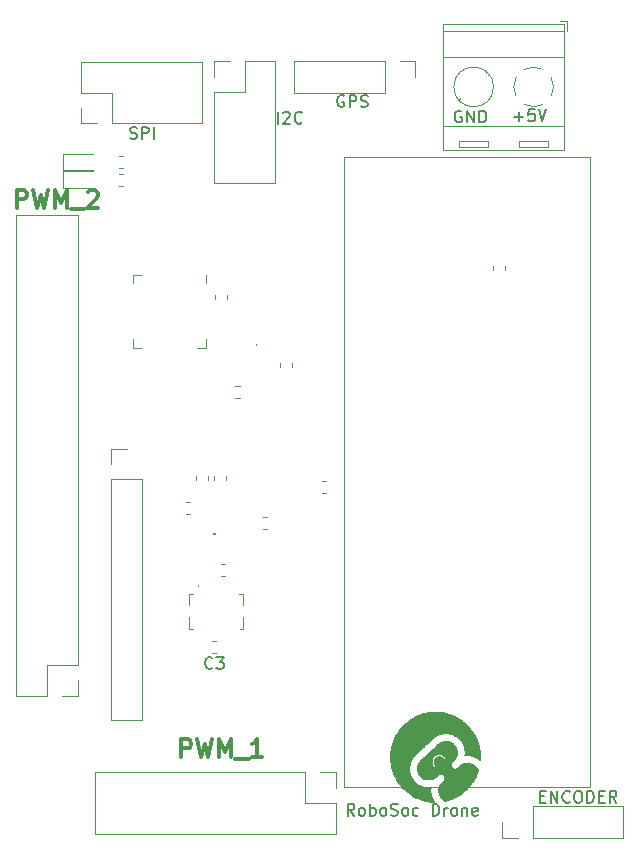
<source format=gbr>
G04 #@! TF.GenerationSoftware,KiCad,Pcbnew,5.1.5+dfsg1-2build2*
G04 #@! TF.CreationDate,2021-10-17T19:15:36+01:00*
G04 #@! TF.ProjectId,flight-controller,666c6967-6874-42d6-936f-6e74726f6c6c,rev?*
G04 #@! TF.SameCoordinates,Original*
G04 #@! TF.FileFunction,Legend,Top*
G04 #@! TF.FilePolarity,Positive*
%FSLAX46Y46*%
G04 Gerber Fmt 4.6, Leading zero omitted, Abs format (unit mm)*
G04 Created by KiCad (PCBNEW 5.1.5+dfsg1-2build2) date 2021-10-17 19:15:36*
%MOMM*%
%LPD*%
G04 APERTURE LIST*
%ADD10C,0.150000*%
%ADD11C,0.300000*%
%ADD12C,0.010000*%
%ADD13C,0.120000*%
%ADD14C,0.100000*%
%ADD15C,0.254000*%
G04 APERTURE END LIST*
D10*
X135785714Y-105328571D02*
X136119047Y-105328571D01*
X136261904Y-105852380D02*
X135785714Y-105852380D01*
X135785714Y-104852380D01*
X136261904Y-104852380D01*
X136690476Y-105852380D02*
X136690476Y-104852380D01*
X137261904Y-105852380D01*
X137261904Y-104852380D01*
X138309523Y-105757142D02*
X138261904Y-105804761D01*
X138119047Y-105852380D01*
X138023809Y-105852380D01*
X137880952Y-105804761D01*
X137785714Y-105709523D01*
X137738095Y-105614285D01*
X137690476Y-105423809D01*
X137690476Y-105280952D01*
X137738095Y-105090476D01*
X137785714Y-104995238D01*
X137880952Y-104900000D01*
X138023809Y-104852380D01*
X138119047Y-104852380D01*
X138261904Y-104900000D01*
X138309523Y-104947619D01*
X138928571Y-104852380D02*
X139119047Y-104852380D01*
X139214285Y-104900000D01*
X139309523Y-104995238D01*
X139357142Y-105185714D01*
X139357142Y-105519047D01*
X139309523Y-105709523D01*
X139214285Y-105804761D01*
X139119047Y-105852380D01*
X138928571Y-105852380D01*
X138833333Y-105804761D01*
X138738095Y-105709523D01*
X138690476Y-105519047D01*
X138690476Y-105185714D01*
X138738095Y-104995238D01*
X138833333Y-104900000D01*
X138928571Y-104852380D01*
X139785714Y-105852380D02*
X139785714Y-104852380D01*
X140023809Y-104852380D01*
X140166666Y-104900000D01*
X140261904Y-104995238D01*
X140309523Y-105090476D01*
X140357142Y-105280952D01*
X140357142Y-105423809D01*
X140309523Y-105614285D01*
X140261904Y-105709523D01*
X140166666Y-105804761D01*
X140023809Y-105852380D01*
X139785714Y-105852380D01*
X140785714Y-105328571D02*
X141119047Y-105328571D01*
X141261904Y-105852380D02*
X140785714Y-105852380D01*
X140785714Y-104852380D01*
X141261904Y-104852380D01*
X142261904Y-105852380D02*
X141928571Y-105376190D01*
X141690476Y-105852380D02*
X141690476Y-104852380D01*
X142071428Y-104852380D01*
X142166666Y-104900000D01*
X142214285Y-104947619D01*
X142261904Y-105042857D01*
X142261904Y-105185714D01*
X142214285Y-105280952D01*
X142166666Y-105328571D01*
X142071428Y-105376190D01*
X141690476Y-105376190D01*
X129138095Y-47300000D02*
X129042857Y-47252380D01*
X128900000Y-47252380D01*
X128757142Y-47300000D01*
X128661904Y-47395238D01*
X128614285Y-47490476D01*
X128566666Y-47680952D01*
X128566666Y-47823809D01*
X128614285Y-48014285D01*
X128661904Y-48109523D01*
X128757142Y-48204761D01*
X128900000Y-48252380D01*
X128995238Y-48252380D01*
X129138095Y-48204761D01*
X129185714Y-48157142D01*
X129185714Y-47823809D01*
X128995238Y-47823809D01*
X129614285Y-48252380D02*
X129614285Y-47252380D01*
X130185714Y-48252380D01*
X130185714Y-47252380D01*
X130661904Y-48252380D02*
X130661904Y-47252380D01*
X130900000Y-47252380D01*
X131042857Y-47300000D01*
X131138095Y-47395238D01*
X131185714Y-47490476D01*
X131233333Y-47680952D01*
X131233333Y-47823809D01*
X131185714Y-48014285D01*
X131138095Y-48109523D01*
X131042857Y-48204761D01*
X130900000Y-48252380D01*
X130661904Y-48252380D01*
X133614285Y-47771428D02*
X134376190Y-47771428D01*
X133995238Y-48152380D02*
X133995238Y-47390476D01*
X135328571Y-47152380D02*
X134852380Y-47152380D01*
X134804761Y-47628571D01*
X134852380Y-47580952D01*
X134947619Y-47533333D01*
X135185714Y-47533333D01*
X135280952Y-47580952D01*
X135328571Y-47628571D01*
X135376190Y-47723809D01*
X135376190Y-47961904D01*
X135328571Y-48057142D01*
X135280952Y-48104761D01*
X135185714Y-48152380D01*
X134947619Y-48152380D01*
X134852380Y-48104761D01*
X134804761Y-48057142D01*
X135661904Y-47152380D02*
X135995238Y-48152380D01*
X136328571Y-47152380D01*
X119185714Y-46000000D02*
X119090476Y-45952380D01*
X118947619Y-45952380D01*
X118804761Y-46000000D01*
X118709523Y-46095238D01*
X118661904Y-46190476D01*
X118614285Y-46380952D01*
X118614285Y-46523809D01*
X118661904Y-46714285D01*
X118709523Y-46809523D01*
X118804761Y-46904761D01*
X118947619Y-46952380D01*
X119042857Y-46952380D01*
X119185714Y-46904761D01*
X119233333Y-46857142D01*
X119233333Y-46523809D01*
X119042857Y-46523809D01*
X119661904Y-46952380D02*
X119661904Y-45952380D01*
X120042857Y-45952380D01*
X120138095Y-46000000D01*
X120185714Y-46047619D01*
X120233333Y-46142857D01*
X120233333Y-46285714D01*
X120185714Y-46380952D01*
X120138095Y-46428571D01*
X120042857Y-46476190D01*
X119661904Y-46476190D01*
X120614285Y-46904761D02*
X120757142Y-46952380D01*
X120995238Y-46952380D01*
X121090476Y-46904761D01*
X121138095Y-46857142D01*
X121185714Y-46761904D01*
X121185714Y-46666666D01*
X121138095Y-46571428D01*
X121090476Y-46523809D01*
X120995238Y-46476190D01*
X120804761Y-46428571D01*
X120709523Y-46380952D01*
X120661904Y-46333333D01*
X120614285Y-46238095D01*
X120614285Y-46142857D01*
X120661904Y-46047619D01*
X120709523Y-46000000D01*
X120804761Y-45952380D01*
X121042857Y-45952380D01*
X121185714Y-46000000D01*
X113623809Y-48352380D02*
X113623809Y-47352380D01*
X114052380Y-47447619D02*
X114100000Y-47400000D01*
X114195238Y-47352380D01*
X114433333Y-47352380D01*
X114528571Y-47400000D01*
X114576190Y-47447619D01*
X114623809Y-47542857D01*
X114623809Y-47638095D01*
X114576190Y-47780952D01*
X114004761Y-48352380D01*
X114623809Y-48352380D01*
X115623809Y-48257142D02*
X115576190Y-48304761D01*
X115433333Y-48352380D01*
X115338095Y-48352380D01*
X115195238Y-48304761D01*
X115100000Y-48209523D01*
X115052380Y-48114285D01*
X115004761Y-47923809D01*
X115004761Y-47780952D01*
X115052380Y-47590476D01*
X115100000Y-47495238D01*
X115195238Y-47400000D01*
X115338095Y-47352380D01*
X115433333Y-47352380D01*
X115576190Y-47400000D01*
X115623809Y-47447619D01*
X101076190Y-49604761D02*
X101219047Y-49652380D01*
X101457142Y-49652380D01*
X101552380Y-49604761D01*
X101600000Y-49557142D01*
X101647619Y-49461904D01*
X101647619Y-49366666D01*
X101600000Y-49271428D01*
X101552380Y-49223809D01*
X101457142Y-49176190D01*
X101266666Y-49128571D01*
X101171428Y-49080952D01*
X101123809Y-49033333D01*
X101076190Y-48938095D01*
X101076190Y-48842857D01*
X101123809Y-48747619D01*
X101171428Y-48700000D01*
X101266666Y-48652380D01*
X101504761Y-48652380D01*
X101647619Y-48700000D01*
X102076190Y-49652380D02*
X102076190Y-48652380D01*
X102457142Y-48652380D01*
X102552380Y-48700000D01*
X102600000Y-48747619D01*
X102647619Y-48842857D01*
X102647619Y-48985714D01*
X102600000Y-49080952D01*
X102552380Y-49128571D01*
X102457142Y-49176190D01*
X102076190Y-49176190D01*
X103076190Y-49652380D02*
X103076190Y-48652380D01*
D11*
X91507142Y-55478571D02*
X91507142Y-53978571D01*
X92078571Y-53978571D01*
X92221428Y-54050000D01*
X92292857Y-54121428D01*
X92364285Y-54264285D01*
X92364285Y-54478571D01*
X92292857Y-54621428D01*
X92221428Y-54692857D01*
X92078571Y-54764285D01*
X91507142Y-54764285D01*
X92864285Y-53978571D02*
X93221428Y-55478571D01*
X93507142Y-54407142D01*
X93792857Y-55478571D01*
X94150000Y-53978571D01*
X94721428Y-55478571D02*
X94721428Y-53978571D01*
X95221428Y-55050000D01*
X95721428Y-53978571D01*
X95721428Y-55478571D01*
X96078571Y-55621428D02*
X97221428Y-55621428D01*
X97507142Y-54121428D02*
X97578571Y-54050000D01*
X97721428Y-53978571D01*
X98078571Y-53978571D01*
X98221428Y-54050000D01*
X98292857Y-54121428D01*
X98364285Y-54264285D01*
X98364285Y-54407142D01*
X98292857Y-54621428D01*
X97435714Y-55478571D01*
X98364285Y-55478571D01*
X105407142Y-101978571D02*
X105407142Y-100478571D01*
X105978571Y-100478571D01*
X106121428Y-100550000D01*
X106192857Y-100621428D01*
X106264285Y-100764285D01*
X106264285Y-100978571D01*
X106192857Y-101121428D01*
X106121428Y-101192857D01*
X105978571Y-101264285D01*
X105407142Y-101264285D01*
X106764285Y-100478571D02*
X107121428Y-101978571D01*
X107407142Y-100907142D01*
X107692857Y-101978571D01*
X108050000Y-100478571D01*
X108621428Y-101978571D02*
X108621428Y-100478571D01*
X109121428Y-101550000D01*
X109621428Y-100478571D01*
X109621428Y-101978571D01*
X109978571Y-102121428D02*
X111121428Y-102121428D01*
X112264285Y-101978571D02*
X111407142Y-101978571D01*
X111835714Y-101978571D02*
X111835714Y-100478571D01*
X111692857Y-100692857D01*
X111550000Y-100835714D01*
X111407142Y-100907142D01*
D10*
X120071428Y-106952380D02*
X119738095Y-106476190D01*
X119500000Y-106952380D02*
X119500000Y-105952380D01*
X119880952Y-105952380D01*
X119976190Y-106000000D01*
X120023809Y-106047619D01*
X120071428Y-106142857D01*
X120071428Y-106285714D01*
X120023809Y-106380952D01*
X119976190Y-106428571D01*
X119880952Y-106476190D01*
X119500000Y-106476190D01*
X120642857Y-106952380D02*
X120547619Y-106904761D01*
X120500000Y-106857142D01*
X120452380Y-106761904D01*
X120452380Y-106476190D01*
X120500000Y-106380952D01*
X120547619Y-106333333D01*
X120642857Y-106285714D01*
X120785714Y-106285714D01*
X120880952Y-106333333D01*
X120928571Y-106380952D01*
X120976190Y-106476190D01*
X120976190Y-106761904D01*
X120928571Y-106857142D01*
X120880952Y-106904761D01*
X120785714Y-106952380D01*
X120642857Y-106952380D01*
X121404761Y-106952380D02*
X121404761Y-105952380D01*
X121404761Y-106333333D02*
X121500000Y-106285714D01*
X121690476Y-106285714D01*
X121785714Y-106333333D01*
X121833333Y-106380952D01*
X121880952Y-106476190D01*
X121880952Y-106761904D01*
X121833333Y-106857142D01*
X121785714Y-106904761D01*
X121690476Y-106952380D01*
X121500000Y-106952380D01*
X121404761Y-106904761D01*
X122452380Y-106952380D02*
X122357142Y-106904761D01*
X122309523Y-106857142D01*
X122261904Y-106761904D01*
X122261904Y-106476190D01*
X122309523Y-106380952D01*
X122357142Y-106333333D01*
X122452380Y-106285714D01*
X122595238Y-106285714D01*
X122690476Y-106333333D01*
X122738095Y-106380952D01*
X122785714Y-106476190D01*
X122785714Y-106761904D01*
X122738095Y-106857142D01*
X122690476Y-106904761D01*
X122595238Y-106952380D01*
X122452380Y-106952380D01*
X123166666Y-106904761D02*
X123309523Y-106952380D01*
X123547619Y-106952380D01*
X123642857Y-106904761D01*
X123690476Y-106857142D01*
X123738095Y-106761904D01*
X123738095Y-106666666D01*
X123690476Y-106571428D01*
X123642857Y-106523809D01*
X123547619Y-106476190D01*
X123357142Y-106428571D01*
X123261904Y-106380952D01*
X123214285Y-106333333D01*
X123166666Y-106238095D01*
X123166666Y-106142857D01*
X123214285Y-106047619D01*
X123261904Y-106000000D01*
X123357142Y-105952380D01*
X123595238Y-105952380D01*
X123738095Y-106000000D01*
X124309523Y-106952380D02*
X124214285Y-106904761D01*
X124166666Y-106857142D01*
X124119047Y-106761904D01*
X124119047Y-106476190D01*
X124166666Y-106380952D01*
X124214285Y-106333333D01*
X124309523Y-106285714D01*
X124452380Y-106285714D01*
X124547619Y-106333333D01*
X124595238Y-106380952D01*
X124642857Y-106476190D01*
X124642857Y-106761904D01*
X124595238Y-106857142D01*
X124547619Y-106904761D01*
X124452380Y-106952380D01*
X124309523Y-106952380D01*
X125500000Y-106904761D02*
X125404761Y-106952380D01*
X125214285Y-106952380D01*
X125119047Y-106904761D01*
X125071428Y-106857142D01*
X125023809Y-106761904D01*
X125023809Y-106476190D01*
X125071428Y-106380952D01*
X125119047Y-106333333D01*
X125214285Y-106285714D01*
X125404761Y-106285714D01*
X125500000Y-106333333D01*
X126690476Y-106952380D02*
X126690476Y-105952380D01*
X126928571Y-105952380D01*
X127071428Y-106000000D01*
X127166666Y-106095238D01*
X127214285Y-106190476D01*
X127261904Y-106380952D01*
X127261904Y-106523809D01*
X127214285Y-106714285D01*
X127166666Y-106809523D01*
X127071428Y-106904761D01*
X126928571Y-106952380D01*
X126690476Y-106952380D01*
X127690476Y-106952380D02*
X127690476Y-106285714D01*
X127690476Y-106476190D02*
X127738095Y-106380952D01*
X127785714Y-106333333D01*
X127880952Y-106285714D01*
X127976190Y-106285714D01*
X128452380Y-106952380D02*
X128357142Y-106904761D01*
X128309523Y-106857142D01*
X128261904Y-106761904D01*
X128261904Y-106476190D01*
X128309523Y-106380952D01*
X128357142Y-106333333D01*
X128452380Y-106285714D01*
X128595238Y-106285714D01*
X128690476Y-106333333D01*
X128738095Y-106380952D01*
X128785714Y-106476190D01*
X128785714Y-106761904D01*
X128738095Y-106857142D01*
X128690476Y-106904761D01*
X128595238Y-106952380D01*
X128452380Y-106952380D01*
X129214285Y-106285714D02*
X129214285Y-106952380D01*
X129214285Y-106380952D02*
X129261904Y-106333333D01*
X129357142Y-106285714D01*
X129500000Y-106285714D01*
X129595238Y-106333333D01*
X129642857Y-106428571D01*
X129642857Y-106952380D01*
X130500000Y-106904761D02*
X130404761Y-106952380D01*
X130214285Y-106952380D01*
X130119047Y-106904761D01*
X130071428Y-106809523D01*
X130071428Y-106428571D01*
X130119047Y-106333333D01*
X130214285Y-106285714D01*
X130404761Y-106285714D01*
X130500000Y-106333333D01*
X130547619Y-106428571D01*
X130547619Y-106523809D01*
X130071428Y-106619047D01*
D12*
G36*
X127880812Y-100648505D02*
G01*
X127980343Y-100660286D01*
X127999050Y-100663856D01*
X128043610Y-100674062D01*
X128084938Y-100686329D01*
X128128793Y-100702931D01*
X128180930Y-100726143D01*
X128247106Y-100758240D01*
X128281789Y-100775579D01*
X128328304Y-100803513D01*
X128381701Y-100842508D01*
X128435494Y-100887065D01*
X128483199Y-100931683D01*
X128518330Y-100970862D01*
X128527568Y-100984034D01*
X128550958Y-101018077D01*
X128573676Y-101045485D01*
X128576850Y-101048633D01*
X128594121Y-101070762D01*
X128616903Y-101107489D01*
X128637708Y-101145950D01*
X128697916Y-101284682D01*
X128735256Y-101418645D01*
X128750583Y-101552139D01*
X128745170Y-101685789D01*
X128737976Y-101741550D01*
X128729932Y-101789695D01*
X128722288Y-101823269D01*
X128718757Y-101832908D01*
X128708287Y-101856210D01*
X128692345Y-101895534D01*
X128674104Y-101943019D01*
X128671239Y-101950701D01*
X128642122Y-102014133D01*
X128600621Y-102085282D01*
X128551922Y-102156643D01*
X128501215Y-102220710D01*
X128453686Y-102269976D01*
X128445962Y-102276617D01*
X128385683Y-102329255D01*
X128329404Y-102383463D01*
X128281547Y-102434604D01*
X128246535Y-102478042D01*
X128232591Y-102500280D01*
X128213203Y-102561113D01*
X128208284Y-102632029D01*
X128217807Y-102702252D01*
X128233169Y-102745467D01*
X128264798Y-102794610D01*
X128311403Y-102847740D01*
X128365358Y-102897257D01*
X128419037Y-102935561D01*
X128430161Y-102941786D01*
X128499863Y-102964441D01*
X128551500Y-102968399D01*
X128596931Y-102964455D01*
X128641571Y-102951138D01*
X128689369Y-102926222D01*
X128744277Y-102887481D01*
X128810243Y-102832689D01*
X128841549Y-102804937D01*
X128919672Y-102736172D01*
X128985496Y-102682280D01*
X129044390Y-102639890D01*
X129101725Y-102605627D01*
X129162870Y-102576121D01*
X129233197Y-102547998D01*
X129274450Y-102533057D01*
X129330691Y-102514707D01*
X129381551Y-102502459D01*
X129436211Y-102494734D01*
X129503848Y-102489954D01*
X129532449Y-102488678D01*
X129625649Y-102487787D01*
X129711246Y-102492437D01*
X129784182Y-102502079D01*
X129839396Y-102516160D01*
X129857670Y-102524093D01*
X129879102Y-102533589D01*
X129916859Y-102548610D01*
X129963341Y-102566149D01*
X129970456Y-102568759D01*
X130065331Y-102612701D01*
X130160374Y-102675910D01*
X130258550Y-102760482D01*
X130300666Y-102802092D01*
X130357272Y-102854820D01*
X130416350Y-102901014D01*
X130472968Y-102937465D01*
X130522198Y-102960968D01*
X130556307Y-102968400D01*
X130577132Y-102973510D01*
X130578261Y-102990625D01*
X130571160Y-103016398D01*
X130561104Y-103054320D01*
X130557413Y-103068505D01*
X130546216Y-103107338D01*
X130535400Y-103137985D01*
X130532354Y-103144705D01*
X130524170Y-103164517D01*
X130510037Y-103202717D01*
X130492022Y-103253592D01*
X130474383Y-103304950D01*
X130452371Y-103367358D01*
X130429803Y-103426995D01*
X130409689Y-103476119D01*
X130397824Y-103501800D01*
X130378428Y-103541127D01*
X130353509Y-103593601D01*
X130327836Y-103649149D01*
X130322847Y-103660147D01*
X130300104Y-103708501D01*
X130279252Y-103749385D01*
X130263783Y-103776062D01*
X130260287Y-103780797D01*
X130246504Y-103801013D01*
X130225354Y-103836798D01*
X130200982Y-103881081D01*
X130196426Y-103889688D01*
X130170555Y-103936963D01*
X130145713Y-103979123D01*
X130126777Y-104007937D01*
X130124952Y-104010338D01*
X130104828Y-104037608D01*
X130077387Y-104076737D01*
X130053847Y-104111400D01*
X129982374Y-104211851D01*
X129896280Y-104322186D01*
X129800705Y-104436333D01*
X129700790Y-104548217D01*
X129601675Y-104651764D01*
X129570193Y-104682900D01*
X129445576Y-104801234D01*
X129329335Y-104904617D01*
X129214720Y-104998503D01*
X129094981Y-105088348D01*
X128963369Y-105179605D01*
X128919300Y-105208904D01*
X128868958Y-105240885D01*
X128809066Y-105277106D01*
X128745829Y-105314004D01*
X128685456Y-105348020D01*
X128634154Y-105375591D01*
X128598164Y-105393143D01*
X128562212Y-105409220D01*
X128512110Y-105432299D01*
X128456584Y-105458343D01*
X128434795Y-105468694D01*
X128386325Y-105491324D01*
X128346342Y-105509077D01*
X128320439Y-105519514D01*
X128314145Y-105521256D01*
X128298590Y-105525468D01*
X128264377Y-105536802D01*
X128216647Y-105553502D01*
X128163650Y-105572671D01*
X128097292Y-105595544D01*
X128022081Y-105619073D01*
X127943215Y-105641883D01*
X127865893Y-105662600D01*
X127795316Y-105679850D01*
X127736682Y-105692259D01*
X127695191Y-105698453D01*
X127686004Y-105698900D01*
X127650448Y-105687280D01*
X127629439Y-105664131D01*
X127611717Y-105641404D01*
X127580591Y-105605648D01*
X127540538Y-105561872D01*
X127498517Y-105517645D01*
X127452827Y-105469319D01*
X127410622Y-105422664D01*
X127376888Y-105383312D01*
X127357913Y-105358825D01*
X127333776Y-105325350D01*
X127312641Y-105298552D01*
X127307602Y-105292881D01*
X127287887Y-105263656D01*
X127264298Y-105215684D01*
X127239297Y-105154818D01*
X127215346Y-105086906D01*
X127200577Y-105038500D01*
X127178260Y-104922163D01*
X127172225Y-104794400D01*
X127181740Y-104662641D01*
X127206075Y-104534319D01*
X127244497Y-104416866D01*
X127266486Y-104368954D01*
X127317139Y-104285874D01*
X127386791Y-104196075D01*
X127471676Y-104104098D01*
X127539676Y-104039469D01*
X127602052Y-103980788D01*
X127646383Y-103931829D01*
X127675466Y-103887799D01*
X127692099Y-103843904D01*
X127699081Y-103795349D01*
X127699821Y-103765067D01*
X127692669Y-103699831D01*
X127669990Y-103639815D01*
X127629075Y-103579712D01*
X127575997Y-103522698D01*
X127533024Y-103482956D01*
X127498181Y-103457580D01*
X127463204Y-103441532D01*
X127425889Y-103431158D01*
X127341702Y-103422056D01*
X127262303Y-103433455D01*
X127214296Y-103452714D01*
X127195803Y-103466065D01*
X127163006Y-103493078D01*
X127120190Y-103530103D01*
X127071640Y-103573493D01*
X127060330Y-103583790D01*
X126932823Y-103688861D01*
X126803900Y-103772862D01*
X126676023Y-103834312D01*
X126601550Y-103859538D01*
X126500054Y-103880234D01*
X126387340Y-103889538D01*
X126269940Y-103887940D01*
X126154386Y-103875931D01*
X126047211Y-103853999D01*
X125954947Y-103822637D01*
X125926117Y-103808856D01*
X125828123Y-103753963D01*
X125748946Y-103701829D01*
X125682910Y-103648489D01*
X125646755Y-103613770D01*
X125546908Y-103497500D01*
X125471035Y-103376263D01*
X125418218Y-103247601D01*
X125387537Y-103109052D01*
X125378074Y-102958159D01*
X125379741Y-102899207D01*
X125390910Y-102779410D01*
X125412968Y-102671803D01*
X125447939Y-102572510D01*
X125497848Y-102477654D01*
X125564718Y-102383361D01*
X125569565Y-102377850D01*
X126602463Y-102377850D01*
X126603131Y-102442858D01*
X126605138Y-102489431D01*
X126609858Y-102524531D01*
X126618669Y-102555122D01*
X126632946Y-102588167D01*
X126651365Y-102625284D01*
X126705967Y-102721994D01*
X126759391Y-102793480D01*
X126811745Y-102839885D01*
X126816619Y-102842964D01*
X126848295Y-102860680D01*
X126869862Y-102865334D01*
X126892274Y-102858062D01*
X126904009Y-102852025D01*
X126941857Y-102825472D01*
X126959612Y-102794882D01*
X126957199Y-102757374D01*
X126934541Y-102710066D01*
X126898934Y-102659513D01*
X126848550Y-102584932D01*
X126817159Y-102512840D01*
X126801594Y-102433916D01*
X126798400Y-102363607D01*
X126809323Y-102257706D01*
X126841988Y-102164918D01*
X126896233Y-102085496D01*
X126971900Y-102019688D01*
X127045419Y-101978094D01*
X127090555Y-101958566D01*
X127129273Y-101946988D01*
X127171588Y-101941377D01*
X127227516Y-101939750D01*
X127239195Y-101939727D01*
X127296801Y-101940708D01*
X127338362Y-101944925D01*
X127373202Y-101954343D01*
X127410644Y-101970923D01*
X127427050Y-101979280D01*
X127476733Y-102008641D01*
X127525668Y-102043297D01*
X127554050Y-102067313D01*
X127600414Y-102106017D01*
X127638632Y-102123511D01*
X127673178Y-102120629D01*
X127708527Y-102098204D01*
X127710564Y-102096437D01*
X127741133Y-102060404D01*
X127750741Y-102028946D01*
X127739620Y-101994269D01*
X127709378Y-101952996D01*
X127664254Y-101908511D01*
X127608484Y-101864198D01*
X127546307Y-101823442D01*
X127481958Y-101789627D01*
X127422830Y-101767059D01*
X127362941Y-101754501D01*
X127288650Y-101746917D01*
X127236550Y-101745245D01*
X127132236Y-101750360D01*
X127041094Y-101768096D01*
X126956680Y-101800911D01*
X126872550Y-101851267D01*
X126788641Y-101916225D01*
X126766691Y-101938816D01*
X126738861Y-101972924D01*
X126709652Y-102012254D01*
X126683562Y-102050513D01*
X126665093Y-102081407D01*
X126658700Y-102097978D01*
X126653682Y-102112552D01*
X126640822Y-102142213D01*
X126630125Y-102165263D01*
X126617600Y-102194773D01*
X126609391Y-102224504D01*
X126604677Y-102260745D01*
X126602641Y-102309788D01*
X126602463Y-102377850D01*
X125569565Y-102377850D01*
X125650572Y-102285754D01*
X125752277Y-102185760D01*
X125811677Y-102130121D01*
X125870536Y-102074608D01*
X125923832Y-102023987D01*
X125966538Y-101983022D01*
X125984949Y-101965100D01*
X126018754Y-101932423D01*
X126066287Y-101887235D01*
X126122583Y-101834220D01*
X126182674Y-101778063D01*
X126220599Y-101742850D01*
X126276600Y-101690869D01*
X126328258Y-101642677D01*
X126371776Y-101601834D01*
X126403355Y-101571901D01*
X126417177Y-101558499D01*
X126439392Y-101536901D01*
X126474961Y-101502988D01*
X126518637Y-101461740D01*
X126557100Y-101425676D01*
X126598162Y-101387126D01*
X126653280Y-101335117D01*
X126718140Y-101273732D01*
X126788431Y-101207056D01*
X126859840Y-101139173D01*
X126892167Y-101108387D01*
X126956354Y-101047520D01*
X127015719Y-100991780D01*
X127067397Y-100943815D01*
X127108521Y-100906272D01*
X127136225Y-100881798D01*
X127146167Y-100873813D01*
X127173074Y-100853842D01*
X127206647Y-100826694D01*
X127215513Y-100819173D01*
X127260669Y-100787649D01*
X127323218Y-100753682D01*
X127395801Y-100720525D01*
X127471057Y-100691432D01*
X127541627Y-100669656D01*
X127567415Y-100663615D01*
X127663021Y-100650163D01*
X127771262Y-100645128D01*
X127880812Y-100648505D01*
G37*
X127880812Y-100648505D02*
X127980343Y-100660286D01*
X127999050Y-100663856D01*
X128043610Y-100674062D01*
X128084938Y-100686329D01*
X128128793Y-100702931D01*
X128180930Y-100726143D01*
X128247106Y-100758240D01*
X128281789Y-100775579D01*
X128328304Y-100803513D01*
X128381701Y-100842508D01*
X128435494Y-100887065D01*
X128483199Y-100931683D01*
X128518330Y-100970862D01*
X128527568Y-100984034D01*
X128550958Y-101018077D01*
X128573676Y-101045485D01*
X128576850Y-101048633D01*
X128594121Y-101070762D01*
X128616903Y-101107489D01*
X128637708Y-101145950D01*
X128697916Y-101284682D01*
X128735256Y-101418645D01*
X128750583Y-101552139D01*
X128745170Y-101685789D01*
X128737976Y-101741550D01*
X128729932Y-101789695D01*
X128722288Y-101823269D01*
X128718757Y-101832908D01*
X128708287Y-101856210D01*
X128692345Y-101895534D01*
X128674104Y-101943019D01*
X128671239Y-101950701D01*
X128642122Y-102014133D01*
X128600621Y-102085282D01*
X128551922Y-102156643D01*
X128501215Y-102220710D01*
X128453686Y-102269976D01*
X128445962Y-102276617D01*
X128385683Y-102329255D01*
X128329404Y-102383463D01*
X128281547Y-102434604D01*
X128246535Y-102478042D01*
X128232591Y-102500280D01*
X128213203Y-102561113D01*
X128208284Y-102632029D01*
X128217807Y-102702252D01*
X128233169Y-102745467D01*
X128264798Y-102794610D01*
X128311403Y-102847740D01*
X128365358Y-102897257D01*
X128419037Y-102935561D01*
X128430161Y-102941786D01*
X128499863Y-102964441D01*
X128551500Y-102968399D01*
X128596931Y-102964455D01*
X128641571Y-102951138D01*
X128689369Y-102926222D01*
X128744277Y-102887481D01*
X128810243Y-102832689D01*
X128841549Y-102804937D01*
X128919672Y-102736172D01*
X128985496Y-102682280D01*
X129044390Y-102639890D01*
X129101725Y-102605627D01*
X129162870Y-102576121D01*
X129233197Y-102547998D01*
X129274450Y-102533057D01*
X129330691Y-102514707D01*
X129381551Y-102502459D01*
X129436211Y-102494734D01*
X129503848Y-102489954D01*
X129532449Y-102488678D01*
X129625649Y-102487787D01*
X129711246Y-102492437D01*
X129784182Y-102502079D01*
X129839396Y-102516160D01*
X129857670Y-102524093D01*
X129879102Y-102533589D01*
X129916859Y-102548610D01*
X129963341Y-102566149D01*
X129970456Y-102568759D01*
X130065331Y-102612701D01*
X130160374Y-102675910D01*
X130258550Y-102760482D01*
X130300666Y-102802092D01*
X130357272Y-102854820D01*
X130416350Y-102901014D01*
X130472968Y-102937465D01*
X130522198Y-102960968D01*
X130556307Y-102968400D01*
X130577132Y-102973510D01*
X130578261Y-102990625D01*
X130571160Y-103016398D01*
X130561104Y-103054320D01*
X130557413Y-103068505D01*
X130546216Y-103107338D01*
X130535400Y-103137985D01*
X130532354Y-103144705D01*
X130524170Y-103164517D01*
X130510037Y-103202717D01*
X130492022Y-103253592D01*
X130474383Y-103304950D01*
X130452371Y-103367358D01*
X130429803Y-103426995D01*
X130409689Y-103476119D01*
X130397824Y-103501800D01*
X130378428Y-103541127D01*
X130353509Y-103593601D01*
X130327836Y-103649149D01*
X130322847Y-103660147D01*
X130300104Y-103708501D01*
X130279252Y-103749385D01*
X130263783Y-103776062D01*
X130260287Y-103780797D01*
X130246504Y-103801013D01*
X130225354Y-103836798D01*
X130200982Y-103881081D01*
X130196426Y-103889688D01*
X130170555Y-103936963D01*
X130145713Y-103979123D01*
X130126777Y-104007937D01*
X130124952Y-104010338D01*
X130104828Y-104037608D01*
X130077387Y-104076737D01*
X130053847Y-104111400D01*
X129982374Y-104211851D01*
X129896280Y-104322186D01*
X129800705Y-104436333D01*
X129700790Y-104548217D01*
X129601675Y-104651764D01*
X129570193Y-104682900D01*
X129445576Y-104801234D01*
X129329335Y-104904617D01*
X129214720Y-104998503D01*
X129094981Y-105088348D01*
X128963369Y-105179605D01*
X128919300Y-105208904D01*
X128868958Y-105240885D01*
X128809066Y-105277106D01*
X128745829Y-105314004D01*
X128685456Y-105348020D01*
X128634154Y-105375591D01*
X128598164Y-105393143D01*
X128562212Y-105409220D01*
X128512110Y-105432299D01*
X128456584Y-105458343D01*
X128434795Y-105468694D01*
X128386325Y-105491324D01*
X128346342Y-105509077D01*
X128320439Y-105519514D01*
X128314145Y-105521256D01*
X128298590Y-105525468D01*
X128264377Y-105536802D01*
X128216647Y-105553502D01*
X128163650Y-105572671D01*
X128097292Y-105595544D01*
X128022081Y-105619073D01*
X127943215Y-105641883D01*
X127865893Y-105662600D01*
X127795316Y-105679850D01*
X127736682Y-105692259D01*
X127695191Y-105698453D01*
X127686004Y-105698900D01*
X127650448Y-105687280D01*
X127629439Y-105664131D01*
X127611717Y-105641404D01*
X127580591Y-105605648D01*
X127540538Y-105561872D01*
X127498517Y-105517645D01*
X127452827Y-105469319D01*
X127410622Y-105422664D01*
X127376888Y-105383312D01*
X127357913Y-105358825D01*
X127333776Y-105325350D01*
X127312641Y-105298552D01*
X127307602Y-105292881D01*
X127287887Y-105263656D01*
X127264298Y-105215684D01*
X127239297Y-105154818D01*
X127215346Y-105086906D01*
X127200577Y-105038500D01*
X127178260Y-104922163D01*
X127172225Y-104794400D01*
X127181740Y-104662641D01*
X127206075Y-104534319D01*
X127244497Y-104416866D01*
X127266486Y-104368954D01*
X127317139Y-104285874D01*
X127386791Y-104196075D01*
X127471676Y-104104098D01*
X127539676Y-104039469D01*
X127602052Y-103980788D01*
X127646383Y-103931829D01*
X127675466Y-103887799D01*
X127692099Y-103843904D01*
X127699081Y-103795349D01*
X127699821Y-103765067D01*
X127692669Y-103699831D01*
X127669990Y-103639815D01*
X127629075Y-103579712D01*
X127575997Y-103522698D01*
X127533024Y-103482956D01*
X127498181Y-103457580D01*
X127463204Y-103441532D01*
X127425889Y-103431158D01*
X127341702Y-103422056D01*
X127262303Y-103433455D01*
X127214296Y-103452714D01*
X127195803Y-103466065D01*
X127163006Y-103493078D01*
X127120190Y-103530103D01*
X127071640Y-103573493D01*
X127060330Y-103583790D01*
X126932823Y-103688861D01*
X126803900Y-103772862D01*
X126676023Y-103834312D01*
X126601550Y-103859538D01*
X126500054Y-103880234D01*
X126387340Y-103889538D01*
X126269940Y-103887940D01*
X126154386Y-103875931D01*
X126047211Y-103853999D01*
X125954947Y-103822637D01*
X125926117Y-103808856D01*
X125828123Y-103753963D01*
X125748946Y-103701829D01*
X125682910Y-103648489D01*
X125646755Y-103613770D01*
X125546908Y-103497500D01*
X125471035Y-103376263D01*
X125418218Y-103247601D01*
X125387537Y-103109052D01*
X125378074Y-102958159D01*
X125379741Y-102899207D01*
X125390910Y-102779410D01*
X125412968Y-102671803D01*
X125447939Y-102572510D01*
X125497848Y-102477654D01*
X125564718Y-102383361D01*
X125569565Y-102377850D01*
X126602463Y-102377850D01*
X126603131Y-102442858D01*
X126605138Y-102489431D01*
X126609858Y-102524531D01*
X126618669Y-102555122D01*
X126632946Y-102588167D01*
X126651365Y-102625284D01*
X126705967Y-102721994D01*
X126759391Y-102793480D01*
X126811745Y-102839885D01*
X126816619Y-102842964D01*
X126848295Y-102860680D01*
X126869862Y-102865334D01*
X126892274Y-102858062D01*
X126904009Y-102852025D01*
X126941857Y-102825472D01*
X126959612Y-102794882D01*
X126957199Y-102757374D01*
X126934541Y-102710066D01*
X126898934Y-102659513D01*
X126848550Y-102584932D01*
X126817159Y-102512840D01*
X126801594Y-102433916D01*
X126798400Y-102363607D01*
X126809323Y-102257706D01*
X126841988Y-102164918D01*
X126896233Y-102085496D01*
X126971900Y-102019688D01*
X127045419Y-101978094D01*
X127090555Y-101958566D01*
X127129273Y-101946988D01*
X127171588Y-101941377D01*
X127227516Y-101939750D01*
X127239195Y-101939727D01*
X127296801Y-101940708D01*
X127338362Y-101944925D01*
X127373202Y-101954343D01*
X127410644Y-101970923D01*
X127427050Y-101979280D01*
X127476733Y-102008641D01*
X127525668Y-102043297D01*
X127554050Y-102067313D01*
X127600414Y-102106017D01*
X127638632Y-102123511D01*
X127673178Y-102120629D01*
X127708527Y-102098204D01*
X127710564Y-102096437D01*
X127741133Y-102060404D01*
X127750741Y-102028946D01*
X127739620Y-101994269D01*
X127709378Y-101952996D01*
X127664254Y-101908511D01*
X127608484Y-101864198D01*
X127546307Y-101823442D01*
X127481958Y-101789627D01*
X127422830Y-101767059D01*
X127362941Y-101754501D01*
X127288650Y-101746917D01*
X127236550Y-101745245D01*
X127132236Y-101750360D01*
X127041094Y-101768096D01*
X126956680Y-101800911D01*
X126872550Y-101851267D01*
X126788641Y-101916225D01*
X126766691Y-101938816D01*
X126738861Y-101972924D01*
X126709652Y-102012254D01*
X126683562Y-102050513D01*
X126665093Y-102081407D01*
X126658700Y-102097978D01*
X126653682Y-102112552D01*
X126640822Y-102142213D01*
X126630125Y-102165263D01*
X126617600Y-102194773D01*
X126609391Y-102224504D01*
X126604677Y-102260745D01*
X126602641Y-102309788D01*
X126602463Y-102377850D01*
X125569565Y-102377850D01*
X125650572Y-102285754D01*
X125752277Y-102185760D01*
X125811677Y-102130121D01*
X125870536Y-102074608D01*
X125923832Y-102023987D01*
X125966538Y-101983022D01*
X125984949Y-101965100D01*
X126018754Y-101932423D01*
X126066287Y-101887235D01*
X126122583Y-101834220D01*
X126182674Y-101778063D01*
X126220599Y-101742850D01*
X126276600Y-101690869D01*
X126328258Y-101642677D01*
X126371776Y-101601834D01*
X126403355Y-101571901D01*
X126417177Y-101558499D01*
X126439392Y-101536901D01*
X126474961Y-101502988D01*
X126518637Y-101461740D01*
X126557100Y-101425676D01*
X126598162Y-101387126D01*
X126653280Y-101335117D01*
X126718140Y-101273732D01*
X126788431Y-101207056D01*
X126859840Y-101139173D01*
X126892167Y-101108387D01*
X126956354Y-101047520D01*
X127015719Y-100991780D01*
X127067397Y-100943815D01*
X127108521Y-100906272D01*
X127136225Y-100881798D01*
X127146167Y-100873813D01*
X127173074Y-100853842D01*
X127206647Y-100826694D01*
X127215513Y-100819173D01*
X127260669Y-100787649D01*
X127323218Y-100753682D01*
X127395801Y-100720525D01*
X127471057Y-100691432D01*
X127541627Y-100669656D01*
X127567415Y-100663615D01*
X127663021Y-100650163D01*
X127771262Y-100645128D01*
X127880812Y-100648505D01*
G36*
X127045282Y-98165294D02*
G01*
X127136327Y-98166924D01*
X127216428Y-98169410D01*
X127281067Y-98172752D01*
X127325730Y-98176949D01*
X127331800Y-98177879D01*
X127383417Y-98186577D01*
X127448436Y-98197443D01*
X127515192Y-98208530D01*
X127535000Y-98211805D01*
X127827009Y-98269665D01*
X128100512Y-98343927D01*
X128356719Y-98434980D01*
X128596844Y-98543215D01*
X128652600Y-98571995D01*
X128708279Y-98602491D01*
X128769473Y-98637650D01*
X128830686Y-98674134D01*
X128886422Y-98708606D01*
X128931185Y-98737728D01*
X128959479Y-98758160D01*
X128960460Y-98758976D01*
X128987301Y-98779211D01*
X129006663Y-98789694D01*
X129009003Y-98790099D01*
X129025511Y-98797902D01*
X129057914Y-98819524D01*
X129102794Y-98852282D01*
X129156736Y-98893497D01*
X129216324Y-98940487D01*
X129278139Y-98990572D01*
X129338766Y-99041069D01*
X129394787Y-99089300D01*
X129427300Y-99118332D01*
X129559295Y-99242138D01*
X129677609Y-99361776D01*
X129789610Y-99485156D01*
X129902666Y-99620185D01*
X129949731Y-99679100D01*
X130009378Y-99758822D01*
X130073670Y-99851978D01*
X130139047Y-99952795D01*
X130201948Y-100055501D01*
X130258814Y-100154321D01*
X130306086Y-100243483D01*
X130333476Y-100301400D01*
X130358507Y-100356878D01*
X130386040Y-100415458D01*
X130404806Y-100453800D01*
X130425795Y-100500698D01*
X130451604Y-100566308D01*
X130480277Y-100644863D01*
X130509858Y-100730596D01*
X130538390Y-100817739D01*
X130563918Y-100900525D01*
X130584485Y-100973187D01*
X130594345Y-101012600D01*
X130607693Y-101075075D01*
X130622133Y-101150106D01*
X130635284Y-101225090D01*
X130639907Y-101253900D01*
X130649759Y-101314535D01*
X130659683Y-101370456D01*
X130668264Y-101413934D01*
X130672409Y-101431700D01*
X130680603Y-101474981D01*
X130688179Y-101538378D01*
X130694947Y-101616998D01*
X130700716Y-101705951D01*
X130705295Y-101800342D01*
X130708493Y-101895281D01*
X130710119Y-101985874D01*
X130709983Y-102067231D01*
X130707895Y-102134458D01*
X130703662Y-102182664D01*
X130702062Y-102192112D01*
X130692619Y-102219479D01*
X130680546Y-102231716D01*
X130679837Y-102231761D01*
X130664547Y-102224490D01*
X130633754Y-102204762D01*
X130592047Y-102175661D01*
X130547800Y-102143118D01*
X130492256Y-102103162D01*
X130435401Y-102065344D01*
X130385032Y-102034707D01*
X130357300Y-102019990D01*
X130315793Y-101999339D01*
X130281833Y-101980749D01*
X130265500Y-101970207D01*
X130238312Y-101955419D01*
X130191786Y-101937261D01*
X130131476Y-101917393D01*
X130062941Y-101897476D01*
X129991737Y-101879174D01*
X129923422Y-101864147D01*
X129890850Y-101858174D01*
X129829920Y-101847653D01*
X129772068Y-101837137D01*
X129726028Y-101828236D01*
X129709692Y-101824788D01*
X129657416Y-101816914D01*
X129596591Y-101813366D01*
X129536174Y-101814113D01*
X129485121Y-101819123D01*
X129458331Y-101825672D01*
X129421637Y-101831198D01*
X129399405Y-101816525D01*
X129394206Y-101783899D01*
X129396242Y-101771445D01*
X129401306Y-101730616D01*
X129403763Y-101670914D01*
X129403794Y-101598713D01*
X129401583Y-101520387D01*
X129397310Y-101442309D01*
X129391160Y-101370854D01*
X129383313Y-101312394D01*
X129383078Y-101311050D01*
X129335950Y-101114065D01*
X129265776Y-100927751D01*
X129172596Y-100752192D01*
X129056452Y-100587471D01*
X128982800Y-100501525D01*
X128915776Y-100434341D01*
X128836969Y-100364974D01*
X128753907Y-100299473D01*
X128674121Y-100243890D01*
X128627200Y-100215736D01*
X128583880Y-100191134D01*
X128547616Y-100169171D01*
X128525826Y-100154351D01*
X128525039Y-100153702D01*
X128502903Y-100141179D01*
X128462290Y-100123552D01*
X128409075Y-100102941D01*
X128349131Y-100081464D01*
X128288333Y-100061243D01*
X128232554Y-100044395D01*
X128195400Y-100034750D01*
X128154627Y-100024168D01*
X128123698Y-100013965D01*
X128112677Y-100008573D01*
X128095634Y-100003559D01*
X128058677Y-99997332D01*
X128007214Y-99990678D01*
X127946653Y-99984383D01*
X127945384Y-99984266D01*
X127876916Y-99979986D01*
X127799833Y-99978465D01*
X127719260Y-99979446D01*
X127640318Y-99982671D01*
X127568131Y-99987884D01*
X127507823Y-99994828D01*
X127464515Y-100003243D01*
X127448173Y-100009236D01*
X127427433Y-100017294D01*
X127388436Y-100029828D01*
X127337495Y-100044874D01*
X127300050Y-100055322D01*
X127219182Y-100078554D01*
X127153270Y-100101023D01*
X127093513Y-100126505D01*
X127031111Y-100158782D01*
X126957263Y-100201630D01*
X126952084Y-100204735D01*
X126895625Y-100239550D01*
X126844411Y-100273574D01*
X126794809Y-100309758D01*
X126743186Y-100351055D01*
X126685909Y-100400416D01*
X126619345Y-100460793D01*
X126539860Y-100535138D01*
X126506300Y-100566919D01*
X126438011Y-100631630D01*
X126366750Y-100698973D01*
X126297866Y-100763906D01*
X126236706Y-100821386D01*
X126188800Y-100866205D01*
X126129478Y-100921751D01*
X126060975Y-100986303D01*
X125992407Y-101051250D01*
X125940818Y-101100397D01*
X125882834Y-101155510D01*
X125813992Y-101220433D01*
X125742138Y-101287792D01*
X125675120Y-101350215D01*
X125662564Y-101361850D01*
X125604425Y-101415889D01*
X125546424Y-101470191D01*
X125493994Y-101519643D01*
X125452568Y-101559133D01*
X125439879Y-101571400D01*
X125404946Y-101605394D01*
X125357113Y-101651930D01*
X125301691Y-101705843D01*
X125243991Y-101761967D01*
X125219658Y-101785632D01*
X125077387Y-101937914D01*
X124959286Y-102094928D01*
X124864315Y-102258293D01*
X124791437Y-102429631D01*
X124774787Y-102479450D01*
X124741162Y-102615004D01*
X124720427Y-102763208D01*
X124712358Y-102918464D01*
X124716729Y-103075177D01*
X124733317Y-103227750D01*
X124761898Y-103370586D01*
X124802245Y-103498088D01*
X124817073Y-103533550D01*
X124848497Y-103602804D01*
X124878473Y-103666967D01*
X124905054Y-103722043D01*
X124926290Y-103764037D01*
X124940235Y-103788955D01*
X124944041Y-103793900D01*
X124955073Y-103806853D01*
X124975940Y-103835176D01*
X125002406Y-103873094D01*
X125006166Y-103878617D01*
X125075804Y-103968620D01*
X125163772Y-104062609D01*
X125264576Y-104155761D01*
X125372725Y-104243253D01*
X125482724Y-104320259D01*
X125564618Y-104369042D01*
X125613681Y-104392659D01*
X125680018Y-104420342D01*
X125756402Y-104449476D01*
X125835602Y-104477444D01*
X125910389Y-104501632D01*
X125973532Y-104519424D01*
X125992653Y-104523896D01*
X126048906Y-104533175D01*
X126123981Y-104541424D01*
X126211305Y-104548044D01*
X126304304Y-104552432D01*
X126305139Y-104552460D01*
X126516728Y-104559346D01*
X126509840Y-104725898D01*
X126512397Y-104915020D01*
X126535014Y-105101295D01*
X126571962Y-105260750D01*
X126587761Y-105307589D01*
X126610590Y-105365636D01*
X126638122Y-105429944D01*
X126668034Y-105495562D01*
X126698001Y-105557543D01*
X126725698Y-105610940D01*
X126748800Y-105650803D01*
X126764983Y-105672184D01*
X126765441Y-105672575D01*
X126784298Y-105693865D01*
X126804453Y-105724223D01*
X126819573Y-105753275D01*
X126823800Y-105768119D01*
X126811977Y-105771918D01*
X126779870Y-105773910D01*
X126732517Y-105774248D01*
X126674956Y-105773086D01*
X126612227Y-105770579D01*
X126549369Y-105766882D01*
X126491420Y-105762149D01*
X126443421Y-105756534D01*
X126442800Y-105756443D01*
X126333022Y-105739312D01*
X126221012Y-105719886D01*
X126110720Y-105699010D01*
X126006093Y-105677525D01*
X125911080Y-105656274D01*
X125829630Y-105636102D01*
X125765691Y-105617849D01*
X125725250Y-105603270D01*
X125696713Y-105591942D01*
X125651559Y-105575315D01*
X125597269Y-105556112D01*
X125566500Y-105545530D01*
X125432935Y-105494350D01*
X125286286Y-105427810D01*
X125131482Y-105348455D01*
X124973454Y-105258831D01*
X124817133Y-105161484D01*
X124796537Y-105147960D01*
X124694562Y-105076046D01*
X124582353Y-104989076D01*
X124465489Y-104891875D01*
X124349545Y-104789266D01*
X124240098Y-104686075D01*
X124142725Y-104587125D01*
X124120377Y-104563020D01*
X124076126Y-104514620D01*
X124032767Y-104467217D01*
X123996497Y-104427584D01*
X123980254Y-104409850D01*
X123951845Y-104376717D01*
X123913280Y-104328876D01*
X123868872Y-104271993D01*
X123822937Y-104211731D01*
X123779789Y-104153757D01*
X123743743Y-104103735D01*
X123719113Y-104067330D01*
X123717890Y-104065376D01*
X123694609Y-104028793D01*
X123667243Y-103986973D01*
X123660244Y-103976476D01*
X123612900Y-103900578D01*
X123560170Y-103806793D01*
X123505344Y-103701108D01*
X123476169Y-103641500D01*
X123449273Y-103585769D01*
X123423845Y-103533750D01*
X123403502Y-103492807D01*
X123395124Y-103476400D01*
X123381636Y-103446203D01*
X123363074Y-103398826D01*
X123342098Y-103341280D01*
X123325240Y-103292250D01*
X123304954Y-103232543D01*
X123285870Y-103178177D01*
X123270356Y-103135793D01*
X123261876Y-103114450D01*
X123248089Y-103074674D01*
X123231635Y-103013593D01*
X123213282Y-102935069D01*
X123193799Y-102842963D01*
X123173952Y-102741136D01*
X123154509Y-102633450D01*
X123136240Y-102523767D01*
X123119910Y-102415948D01*
X123112875Y-102365150D01*
X123108360Y-102316003D01*
X123104842Y-102246839D01*
X123102319Y-102162632D01*
X123100790Y-102068356D01*
X123100254Y-101968985D01*
X123100710Y-101869491D01*
X123102157Y-101774850D01*
X123104593Y-101690035D01*
X123108017Y-101620019D01*
X123112429Y-101569777D01*
X123113062Y-101565050D01*
X123133802Y-101426401D01*
X123155884Y-101292833D01*
X123178560Y-101168208D01*
X123201084Y-101056387D01*
X123222707Y-100961234D01*
X123242684Y-100886610D01*
X123246921Y-100872900D01*
X123275933Y-100784712D01*
X123307206Y-100694179D01*
X123338694Y-100606882D01*
X123368348Y-100528404D01*
X123394120Y-100464325D01*
X123409989Y-100428400D01*
X123436777Y-100371829D01*
X123465822Y-100310569D01*
X123485248Y-100269650D01*
X123534541Y-100174102D01*
X123596837Y-100066088D01*
X123668059Y-99951942D01*
X123744128Y-99837994D01*
X123820966Y-99730578D01*
X123888824Y-99642977D01*
X123931125Y-99590870D01*
X123971770Y-99540752D01*
X124005706Y-99498857D01*
X124025381Y-99474517D01*
X124056169Y-99439199D01*
X124101413Y-99390945D01*
X124156848Y-99333983D01*
X124218206Y-99272539D01*
X124281219Y-99210839D01*
X124341622Y-99153110D01*
X124395145Y-99103581D01*
X124436200Y-99067582D01*
X124588960Y-98943322D01*
X124730645Y-98836103D01*
X124865771Y-98742914D01*
X124998853Y-98660741D01*
X125134407Y-98586573D01*
X125223600Y-98542367D01*
X125279351Y-98515534D01*
X125331385Y-98490139D01*
X125372329Y-98469796D01*
X125388700Y-98461418D01*
X125418858Y-98447830D01*
X125466171Y-98429053D01*
X125523646Y-98407779D01*
X125572850Y-98390562D01*
X125630801Y-98370630D01*
X125681791Y-98352705D01*
X125719871Y-98338904D01*
X125737950Y-98331860D01*
X125775756Y-98317364D01*
X125824976Y-98302385D01*
X125887557Y-98286522D01*
X125965446Y-98269369D01*
X126060590Y-98250523D01*
X126174938Y-98229581D01*
X126310436Y-98206139D01*
X126469033Y-98179793D01*
X126480900Y-98177854D01*
X126522097Y-98173490D01*
X126583965Y-98169984D01*
X126661987Y-98167333D01*
X126751645Y-98165539D01*
X126848425Y-98164601D01*
X126947810Y-98164520D01*
X127045282Y-98165294D01*
G37*
X127045282Y-98165294D02*
X127136327Y-98166924D01*
X127216428Y-98169410D01*
X127281067Y-98172752D01*
X127325730Y-98176949D01*
X127331800Y-98177879D01*
X127383417Y-98186577D01*
X127448436Y-98197443D01*
X127515192Y-98208530D01*
X127535000Y-98211805D01*
X127827009Y-98269665D01*
X128100512Y-98343927D01*
X128356719Y-98434980D01*
X128596844Y-98543215D01*
X128652600Y-98571995D01*
X128708279Y-98602491D01*
X128769473Y-98637650D01*
X128830686Y-98674134D01*
X128886422Y-98708606D01*
X128931185Y-98737728D01*
X128959479Y-98758160D01*
X128960460Y-98758976D01*
X128987301Y-98779211D01*
X129006663Y-98789694D01*
X129009003Y-98790099D01*
X129025511Y-98797902D01*
X129057914Y-98819524D01*
X129102794Y-98852282D01*
X129156736Y-98893497D01*
X129216324Y-98940487D01*
X129278139Y-98990572D01*
X129338766Y-99041069D01*
X129394787Y-99089300D01*
X129427300Y-99118332D01*
X129559295Y-99242138D01*
X129677609Y-99361776D01*
X129789610Y-99485156D01*
X129902666Y-99620185D01*
X129949731Y-99679100D01*
X130009378Y-99758822D01*
X130073670Y-99851978D01*
X130139047Y-99952795D01*
X130201948Y-100055501D01*
X130258814Y-100154321D01*
X130306086Y-100243483D01*
X130333476Y-100301400D01*
X130358507Y-100356878D01*
X130386040Y-100415458D01*
X130404806Y-100453800D01*
X130425795Y-100500698D01*
X130451604Y-100566308D01*
X130480277Y-100644863D01*
X130509858Y-100730596D01*
X130538390Y-100817739D01*
X130563918Y-100900525D01*
X130584485Y-100973187D01*
X130594345Y-101012600D01*
X130607693Y-101075075D01*
X130622133Y-101150106D01*
X130635284Y-101225090D01*
X130639907Y-101253900D01*
X130649759Y-101314535D01*
X130659683Y-101370456D01*
X130668264Y-101413934D01*
X130672409Y-101431700D01*
X130680603Y-101474981D01*
X130688179Y-101538378D01*
X130694947Y-101616998D01*
X130700716Y-101705951D01*
X130705295Y-101800342D01*
X130708493Y-101895281D01*
X130710119Y-101985874D01*
X130709983Y-102067231D01*
X130707895Y-102134458D01*
X130703662Y-102182664D01*
X130702062Y-102192112D01*
X130692619Y-102219479D01*
X130680546Y-102231716D01*
X130679837Y-102231761D01*
X130664547Y-102224490D01*
X130633754Y-102204762D01*
X130592047Y-102175661D01*
X130547800Y-102143118D01*
X130492256Y-102103162D01*
X130435401Y-102065344D01*
X130385032Y-102034707D01*
X130357300Y-102019990D01*
X130315793Y-101999339D01*
X130281833Y-101980749D01*
X130265500Y-101970207D01*
X130238312Y-101955419D01*
X130191786Y-101937261D01*
X130131476Y-101917393D01*
X130062941Y-101897476D01*
X129991737Y-101879174D01*
X129923422Y-101864147D01*
X129890850Y-101858174D01*
X129829920Y-101847653D01*
X129772068Y-101837137D01*
X129726028Y-101828236D01*
X129709692Y-101824788D01*
X129657416Y-101816914D01*
X129596591Y-101813366D01*
X129536174Y-101814113D01*
X129485121Y-101819123D01*
X129458331Y-101825672D01*
X129421637Y-101831198D01*
X129399405Y-101816525D01*
X129394206Y-101783899D01*
X129396242Y-101771445D01*
X129401306Y-101730616D01*
X129403763Y-101670914D01*
X129403794Y-101598713D01*
X129401583Y-101520387D01*
X129397310Y-101442309D01*
X129391160Y-101370854D01*
X129383313Y-101312394D01*
X129383078Y-101311050D01*
X129335950Y-101114065D01*
X129265776Y-100927751D01*
X129172596Y-100752192D01*
X129056452Y-100587471D01*
X128982800Y-100501525D01*
X128915776Y-100434341D01*
X128836969Y-100364974D01*
X128753907Y-100299473D01*
X128674121Y-100243890D01*
X128627200Y-100215736D01*
X128583880Y-100191134D01*
X128547616Y-100169171D01*
X128525826Y-100154351D01*
X128525039Y-100153702D01*
X128502903Y-100141179D01*
X128462290Y-100123552D01*
X128409075Y-100102941D01*
X128349131Y-100081464D01*
X128288333Y-100061243D01*
X128232554Y-100044395D01*
X128195400Y-100034750D01*
X128154627Y-100024168D01*
X128123698Y-100013965D01*
X128112677Y-100008573D01*
X128095634Y-100003559D01*
X128058677Y-99997332D01*
X128007214Y-99990678D01*
X127946653Y-99984383D01*
X127945384Y-99984266D01*
X127876916Y-99979986D01*
X127799833Y-99978465D01*
X127719260Y-99979446D01*
X127640318Y-99982671D01*
X127568131Y-99987884D01*
X127507823Y-99994828D01*
X127464515Y-100003243D01*
X127448173Y-100009236D01*
X127427433Y-100017294D01*
X127388436Y-100029828D01*
X127337495Y-100044874D01*
X127300050Y-100055322D01*
X127219182Y-100078554D01*
X127153270Y-100101023D01*
X127093513Y-100126505D01*
X127031111Y-100158782D01*
X126957263Y-100201630D01*
X126952084Y-100204735D01*
X126895625Y-100239550D01*
X126844411Y-100273574D01*
X126794809Y-100309758D01*
X126743186Y-100351055D01*
X126685909Y-100400416D01*
X126619345Y-100460793D01*
X126539860Y-100535138D01*
X126506300Y-100566919D01*
X126438011Y-100631630D01*
X126366750Y-100698973D01*
X126297866Y-100763906D01*
X126236706Y-100821386D01*
X126188800Y-100866205D01*
X126129478Y-100921751D01*
X126060975Y-100986303D01*
X125992407Y-101051250D01*
X125940818Y-101100397D01*
X125882834Y-101155510D01*
X125813992Y-101220433D01*
X125742138Y-101287792D01*
X125675120Y-101350215D01*
X125662564Y-101361850D01*
X125604425Y-101415889D01*
X125546424Y-101470191D01*
X125493994Y-101519643D01*
X125452568Y-101559133D01*
X125439879Y-101571400D01*
X125404946Y-101605394D01*
X125357113Y-101651930D01*
X125301691Y-101705843D01*
X125243991Y-101761967D01*
X125219658Y-101785632D01*
X125077387Y-101937914D01*
X124959286Y-102094928D01*
X124864315Y-102258293D01*
X124791437Y-102429631D01*
X124774787Y-102479450D01*
X124741162Y-102615004D01*
X124720427Y-102763208D01*
X124712358Y-102918464D01*
X124716729Y-103075177D01*
X124733317Y-103227750D01*
X124761898Y-103370586D01*
X124802245Y-103498088D01*
X124817073Y-103533550D01*
X124848497Y-103602804D01*
X124878473Y-103666967D01*
X124905054Y-103722043D01*
X124926290Y-103764037D01*
X124940235Y-103788955D01*
X124944041Y-103793900D01*
X124955073Y-103806853D01*
X124975940Y-103835176D01*
X125002406Y-103873094D01*
X125006166Y-103878617D01*
X125075804Y-103968620D01*
X125163772Y-104062609D01*
X125264576Y-104155761D01*
X125372725Y-104243253D01*
X125482724Y-104320259D01*
X125564618Y-104369042D01*
X125613681Y-104392659D01*
X125680018Y-104420342D01*
X125756402Y-104449476D01*
X125835602Y-104477444D01*
X125910389Y-104501632D01*
X125973532Y-104519424D01*
X125992653Y-104523896D01*
X126048906Y-104533175D01*
X126123981Y-104541424D01*
X126211305Y-104548044D01*
X126304304Y-104552432D01*
X126305139Y-104552460D01*
X126516728Y-104559346D01*
X126509840Y-104725898D01*
X126512397Y-104915020D01*
X126535014Y-105101295D01*
X126571962Y-105260750D01*
X126587761Y-105307589D01*
X126610590Y-105365636D01*
X126638122Y-105429944D01*
X126668034Y-105495562D01*
X126698001Y-105557543D01*
X126725698Y-105610940D01*
X126748800Y-105650803D01*
X126764983Y-105672184D01*
X126765441Y-105672575D01*
X126784298Y-105693865D01*
X126804453Y-105724223D01*
X126819573Y-105753275D01*
X126823800Y-105768119D01*
X126811977Y-105771918D01*
X126779870Y-105773910D01*
X126732517Y-105774248D01*
X126674956Y-105773086D01*
X126612227Y-105770579D01*
X126549369Y-105766882D01*
X126491420Y-105762149D01*
X126443421Y-105756534D01*
X126442800Y-105756443D01*
X126333022Y-105739312D01*
X126221012Y-105719886D01*
X126110720Y-105699010D01*
X126006093Y-105677525D01*
X125911080Y-105656274D01*
X125829630Y-105636102D01*
X125765691Y-105617849D01*
X125725250Y-105603270D01*
X125696713Y-105591942D01*
X125651559Y-105575315D01*
X125597269Y-105556112D01*
X125566500Y-105545530D01*
X125432935Y-105494350D01*
X125286286Y-105427810D01*
X125131482Y-105348455D01*
X124973454Y-105258831D01*
X124817133Y-105161484D01*
X124796537Y-105147960D01*
X124694562Y-105076046D01*
X124582353Y-104989076D01*
X124465489Y-104891875D01*
X124349545Y-104789266D01*
X124240098Y-104686075D01*
X124142725Y-104587125D01*
X124120377Y-104563020D01*
X124076126Y-104514620D01*
X124032767Y-104467217D01*
X123996497Y-104427584D01*
X123980254Y-104409850D01*
X123951845Y-104376717D01*
X123913280Y-104328876D01*
X123868872Y-104271993D01*
X123822937Y-104211731D01*
X123779789Y-104153757D01*
X123743743Y-104103735D01*
X123719113Y-104067330D01*
X123717890Y-104065376D01*
X123694609Y-104028793D01*
X123667243Y-103986973D01*
X123660244Y-103976476D01*
X123612900Y-103900578D01*
X123560170Y-103806793D01*
X123505344Y-103701108D01*
X123476169Y-103641500D01*
X123449273Y-103585769D01*
X123423845Y-103533750D01*
X123403502Y-103492807D01*
X123395124Y-103476400D01*
X123381636Y-103446203D01*
X123363074Y-103398826D01*
X123342098Y-103341280D01*
X123325240Y-103292250D01*
X123304954Y-103232543D01*
X123285870Y-103178177D01*
X123270356Y-103135793D01*
X123261876Y-103114450D01*
X123248089Y-103074674D01*
X123231635Y-103013593D01*
X123213282Y-102935069D01*
X123193799Y-102842963D01*
X123173952Y-102741136D01*
X123154509Y-102633450D01*
X123136240Y-102523767D01*
X123119910Y-102415948D01*
X123112875Y-102365150D01*
X123108360Y-102316003D01*
X123104842Y-102246839D01*
X123102319Y-102162632D01*
X123100790Y-102068356D01*
X123100254Y-101968985D01*
X123100710Y-101869491D01*
X123102157Y-101774850D01*
X123104593Y-101690035D01*
X123108017Y-101620019D01*
X123112429Y-101569777D01*
X123113062Y-101565050D01*
X123133802Y-101426401D01*
X123155884Y-101292833D01*
X123178560Y-101168208D01*
X123201084Y-101056387D01*
X123222707Y-100961234D01*
X123242684Y-100886610D01*
X123246921Y-100872900D01*
X123275933Y-100784712D01*
X123307206Y-100694179D01*
X123338694Y-100606882D01*
X123368348Y-100528404D01*
X123394120Y-100464325D01*
X123409989Y-100428400D01*
X123436777Y-100371829D01*
X123465822Y-100310569D01*
X123485248Y-100269650D01*
X123534541Y-100174102D01*
X123596837Y-100066088D01*
X123668059Y-99951942D01*
X123744128Y-99837994D01*
X123820966Y-99730578D01*
X123888824Y-99642977D01*
X123931125Y-99590870D01*
X123971770Y-99540752D01*
X124005706Y-99498857D01*
X124025381Y-99474517D01*
X124056169Y-99439199D01*
X124101413Y-99390945D01*
X124156848Y-99333983D01*
X124218206Y-99272539D01*
X124281219Y-99210839D01*
X124341622Y-99153110D01*
X124395145Y-99103581D01*
X124436200Y-99067582D01*
X124588960Y-98943322D01*
X124730645Y-98836103D01*
X124865771Y-98742914D01*
X124998853Y-98660741D01*
X125134407Y-98586573D01*
X125223600Y-98542367D01*
X125279351Y-98515534D01*
X125331385Y-98490139D01*
X125372329Y-98469796D01*
X125388700Y-98461418D01*
X125418858Y-98447830D01*
X125466171Y-98429053D01*
X125523646Y-98407779D01*
X125572850Y-98390562D01*
X125630801Y-98370630D01*
X125681791Y-98352705D01*
X125719871Y-98338904D01*
X125737950Y-98331860D01*
X125775756Y-98317364D01*
X125824976Y-98302385D01*
X125887557Y-98286522D01*
X125965446Y-98269369D01*
X126060590Y-98250523D01*
X126174938Y-98229581D01*
X126310436Y-98206139D01*
X126469033Y-98179793D01*
X126480900Y-98177854D01*
X126522097Y-98173490D01*
X126583965Y-98169984D01*
X126661987Y-98167333D01*
X126751645Y-98165539D01*
X126848425Y-98164601D01*
X126947810Y-98164520D01*
X127045282Y-98165294D01*
D13*
X95440000Y-53835000D02*
X97900000Y-53835000D01*
X95440000Y-52365000D02*
X95440000Y-53835000D01*
X97900000Y-52365000D02*
X95440000Y-52365000D01*
X95415000Y-52285000D02*
X97900000Y-52285000D01*
X95415000Y-50915000D02*
X95415000Y-52285000D01*
X97900000Y-50915000D02*
X95415000Y-50915000D01*
X138090000Y-39650000D02*
X137490000Y-39650000D01*
X138090000Y-40490000D02*
X138090000Y-39650000D01*
X128920000Y-50300000D02*
X128920000Y-49800000D01*
X131420000Y-50300000D02*
X131420000Y-49800000D01*
X131420000Y-49800000D02*
X128920000Y-49800000D01*
X131420000Y-50300000D02*
X128920000Y-50300000D01*
X131350000Y-44274000D02*
X131444000Y-44181000D01*
X129100000Y-46525000D02*
X129159000Y-46466000D01*
X131180000Y-44034000D02*
X131239000Y-43976000D01*
X128895000Y-46319000D02*
X128989000Y-46226000D01*
X134000000Y-50300000D02*
X134000000Y-49800000D01*
X136500000Y-50300000D02*
X136500000Y-49800000D01*
X136500000Y-49800000D02*
X134000000Y-49800000D01*
X136500000Y-50300000D02*
X134000000Y-50300000D01*
X127570000Y-50610000D02*
X127570000Y-39890000D01*
X137850000Y-50610000D02*
X137850000Y-39890000D01*
X137850000Y-39890000D02*
X127570000Y-39890000D01*
X137850000Y-50610000D02*
X127570000Y-50610000D01*
X137850000Y-48550000D02*
X127570000Y-48550000D01*
X137850000Y-42750000D02*
X127570000Y-42750000D01*
X137850000Y-40550000D02*
X127570000Y-40550000D01*
X131850000Y-45250000D02*
G75*
G03X131850000Y-45250000I-1680000J0D01*
G01*
X135220617Y-43569550D02*
G75*
G02X136039000Y-43766000I29383J-1680450D01*
G01*
X136733953Y-44460912D02*
G75*
G02X136734000Y-46039000I-1483953J-789088D01*
G01*
X136039088Y-46733953D02*
G75*
G02X134461000Y-46734000I-789088J1483953D01*
G01*
X133766047Y-46039088D02*
G75*
G02X133766000Y-44461000I1483953J789088D01*
G01*
X134461288Y-43766648D02*
G75*
G02X135250000Y-43570000I788712J-1483352D01*
G01*
X140034000Y-104550000D02*
X139780000Y-104550000D01*
X140034000Y-51210000D02*
X140034000Y-104550000D01*
X139780000Y-51210000D02*
X140034000Y-51210000D01*
X119206000Y-104550000D02*
X119460000Y-104550000D01*
X119206000Y-51210000D02*
X119206000Y-104550000D01*
X119460000Y-51210000D02*
X119206000Y-51210000D01*
X139780000Y-104550000D02*
X119460000Y-104550000D01*
X119460000Y-51210000D02*
X139780000Y-51210000D01*
X107510000Y-61890000D02*
X107510000Y-61140000D01*
X101290000Y-67360000D02*
X102040000Y-67360000D01*
X101290000Y-66610000D02*
X101290000Y-67360000D01*
X101290000Y-61140000D02*
X102040000Y-61140000D01*
X101290000Y-61890000D02*
X101290000Y-61140000D01*
X107510000Y-67360000D02*
X106760000Y-67360000D01*
X107510000Y-66610000D02*
X107510000Y-67360000D01*
X100450279Y-52590000D02*
X100124721Y-52590000D01*
X100450279Y-53610000D02*
X100124721Y-53610000D01*
X100462779Y-51090000D02*
X100137221Y-51090000D01*
X100462779Y-52110000D02*
X100137221Y-52110000D01*
X132810000Y-60762779D02*
X132810000Y-60437221D01*
X131790000Y-60762779D02*
X131790000Y-60437221D01*
X117662779Y-78590000D02*
X117337221Y-78590000D01*
X117662779Y-79610000D02*
X117337221Y-79610000D01*
X96630000Y-96830000D02*
X95300000Y-96830000D01*
X96630000Y-95500000D02*
X96630000Y-96830000D01*
X94030000Y-96830000D02*
X91430000Y-96830000D01*
X94030000Y-94230000D02*
X94030000Y-96830000D01*
X96630000Y-94230000D02*
X94030000Y-94230000D01*
X91430000Y-96830000D02*
X91430000Y-56070000D01*
X96630000Y-94230000D02*
X96630000Y-56070000D01*
X96630000Y-56070000D02*
X91430000Y-56070000D01*
X96920000Y-48330000D02*
X96920000Y-47000000D01*
X98250000Y-48330000D02*
X96920000Y-48330000D01*
X96920000Y-45730000D02*
X96920000Y-43130000D01*
X99520000Y-45730000D02*
X96920000Y-45730000D01*
X99520000Y-48330000D02*
X99520000Y-45730000D01*
X96920000Y-43130000D02*
X107200000Y-43130000D01*
X99520000Y-48330000D02*
X107200000Y-48330000D01*
X107200000Y-48330000D02*
X107200000Y-43130000D01*
X118530000Y-103270000D02*
X118530000Y-104600000D01*
X117200000Y-103270000D02*
X118530000Y-103270000D01*
X118530000Y-105870000D02*
X118530000Y-108470000D01*
X115930000Y-105870000D02*
X118530000Y-105870000D01*
X115930000Y-103270000D02*
X115930000Y-105870000D01*
X118530000Y-108470000D02*
X98090000Y-108470000D01*
X115930000Y-103270000D02*
X98090000Y-103270000D01*
X98090000Y-103270000D02*
X98090000Y-108470000D01*
X99470000Y-75870000D02*
X100800000Y-75870000D01*
X99470000Y-77200000D02*
X99470000Y-75870000D01*
X99470000Y-78470000D02*
X102130000Y-78470000D01*
X102130000Y-78470000D02*
X102130000Y-98850000D01*
X99470000Y-78470000D02*
X99470000Y-98850000D01*
X99470000Y-98850000D02*
X102130000Y-98850000D01*
X108170000Y-43070000D02*
X109500000Y-43070000D01*
X108170000Y-44400000D02*
X108170000Y-43070000D01*
X110770000Y-43070000D02*
X113370000Y-43070000D01*
X110770000Y-45670000D02*
X110770000Y-43070000D01*
X108170000Y-45670000D02*
X110770000Y-45670000D01*
X113370000Y-43070000D02*
X113370000Y-53350000D01*
X108170000Y-45670000D02*
X108170000Y-53350000D01*
X108170000Y-53350000D02*
X113370000Y-53350000D01*
X132570000Y-108830000D02*
X132570000Y-107500000D01*
X133900000Y-108830000D02*
X132570000Y-108830000D01*
X135170000Y-108830000D02*
X135170000Y-106170000D01*
X135170000Y-106170000D02*
X142850000Y-106170000D01*
X135170000Y-108830000D02*
X142850000Y-108830000D01*
X142850000Y-108830000D02*
X142850000Y-106170000D01*
X125230000Y-43070000D02*
X125230000Y-44400000D01*
X123900000Y-43070000D02*
X125230000Y-43070000D01*
X122630000Y-43070000D02*
X122630000Y-45730000D01*
X122630000Y-45730000D02*
X114950000Y-45730000D01*
X122630000Y-43070000D02*
X114950000Y-43070000D01*
X114950000Y-43070000D02*
X114950000Y-45730000D01*
D14*
X111750000Y-67000000D02*
G75*
G02X111750000Y-67100000I0J-50000D01*
G01*
X111750000Y-67100000D02*
G75*
G02X111750000Y-67000000I0J50000D01*
G01*
X111750000Y-67100000D02*
X111750000Y-67100000D01*
X111750000Y-67000000D02*
X111750000Y-67000000D01*
X106850000Y-87550000D02*
G75*
G03X106850000Y-87450000I0J50000D01*
G01*
X106850000Y-87450000D02*
G75*
G03X106850000Y-87550000I0J-50000D01*
G01*
X106850000Y-87450000D02*
X106850000Y-87450000D01*
X106850000Y-87550000D02*
X106850000Y-87550000D01*
X110600000Y-88150000D02*
X110600000Y-89150000D01*
X110265000Y-88150000D02*
X110600000Y-88150000D01*
X106100000Y-88150000D02*
X106435000Y-88150000D01*
X106100000Y-89150000D02*
X106100000Y-88150000D01*
X110600000Y-91150000D02*
X110600000Y-90150000D01*
X110350000Y-91150000D02*
X110600000Y-91150000D01*
X106100000Y-90150000D02*
X106100000Y-90150000D01*
X106100000Y-91150000D02*
X106100000Y-90150000D01*
X106435000Y-91150000D02*
X106100000Y-91150000D01*
D13*
X108290000Y-62853733D02*
X108290000Y-63196267D01*
X109310000Y-62853733D02*
X109310000Y-63196267D01*
X114810000Y-68946267D02*
X114810000Y-68603733D01*
X113790000Y-68946267D02*
X113790000Y-68603733D01*
X110003733Y-71610000D02*
X110346267Y-71610000D01*
X110003733Y-70590000D02*
X110346267Y-70590000D01*
X109146267Y-85640000D02*
X108803733Y-85640000D01*
X109146267Y-86660000D02*
X108803733Y-86660000D01*
X106690000Y-78228733D02*
X106690000Y-78571267D01*
X107710000Y-78228733D02*
X107710000Y-78571267D01*
X108190000Y-78203733D02*
X108190000Y-78546267D01*
X109210000Y-78203733D02*
X109210000Y-78546267D01*
X108396267Y-92140000D02*
X108053733Y-92140000D01*
X108396267Y-93160000D02*
X108053733Y-93160000D01*
X105828733Y-81410000D02*
X106171267Y-81410000D01*
X105828733Y-80390000D02*
X106171267Y-80390000D01*
X112303733Y-82710000D02*
X112646267Y-82710000D01*
X112303733Y-81690000D02*
X112646267Y-81690000D01*
D15*
X108227000Y-83118000D02*
G75*
G03X108227000Y-83118000I-25000J0D01*
G01*
D10*
X108058333Y-94437142D02*
X108010714Y-94484761D01*
X107867857Y-94532380D01*
X107772619Y-94532380D01*
X107629761Y-94484761D01*
X107534523Y-94389523D01*
X107486904Y-94294285D01*
X107439285Y-94103809D01*
X107439285Y-93960952D01*
X107486904Y-93770476D01*
X107534523Y-93675238D01*
X107629761Y-93580000D01*
X107772619Y-93532380D01*
X107867857Y-93532380D01*
X108010714Y-93580000D01*
X108058333Y-93627619D01*
X108391666Y-93532380D02*
X109010714Y-93532380D01*
X108677380Y-93913333D01*
X108820238Y-93913333D01*
X108915476Y-93960952D01*
X108963095Y-94008571D01*
X109010714Y-94103809D01*
X109010714Y-94341904D01*
X108963095Y-94437142D01*
X108915476Y-94484761D01*
X108820238Y-94532380D01*
X108534523Y-94532380D01*
X108439285Y-94484761D01*
X108391666Y-94437142D01*
M02*

</source>
